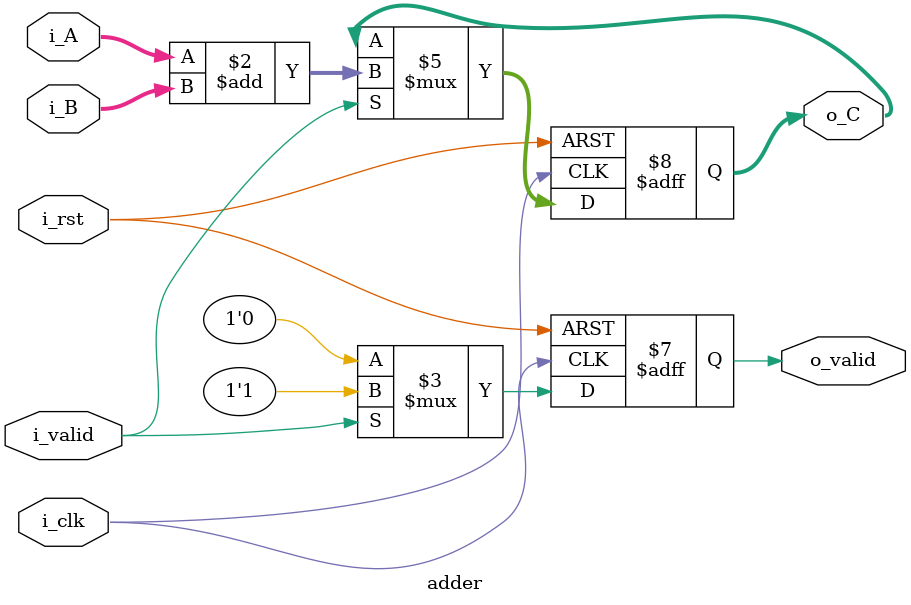
<source format=sv>
`default_nettype none

module adder
    #(
        //use /*verilator public*/ on parameter -> parameter values visible to verilated code
        parameter int G_DATA_WIDTH /*verilator public*/ = 8
    )

    (
        input logic i_clk,
        input logic i_rst,
        input logic i_valid,
        input logic [G_DATA_WIDTH-1:0] i_A,
        input logic [G_DATA_WIDTH-1:0] i_B,
        output logic o_valid,
        output logic [G_DATA_WIDTH:0] o_C
    );

    always_ff @(posedge i_clk or posedge i_rst) begin : proc_add
        if(i_rst) begin
            o_C <= '0;
            o_valid <= 1'b0;
        end else begin
            o_valid <= 1'b0;
            if(i_valid) begin
                o_C <= i_A+i_B;
                o_valid <= 1'b1;
            end
        end
    end


endmodule : adder

</source>
